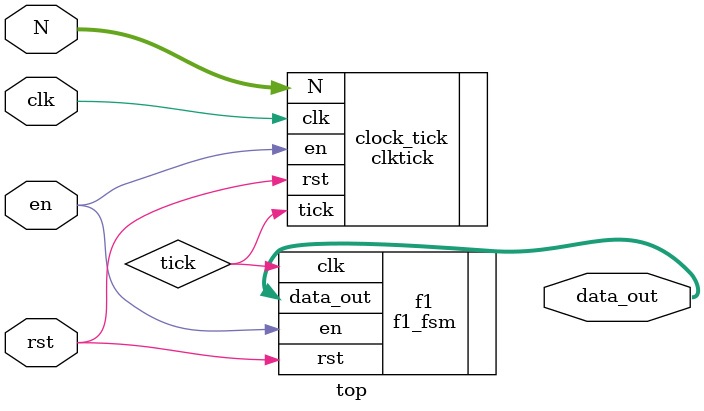
<source format=sv>
module top #(
	parameter WIDTH = 16
)(
    input logic             clk, // clock
    input logic             rst, // reset
    input logic             en,  // enable
    input logic [WIDTH-1:0] N,   // value of N for clktick
    output logic [7:0]      data_out // pseudo-random output
);

    wire tick; // 1 second pulse

f1_fsm f1 (
    .clk (tick),
    .rst (rst),
    .en (en),
    .data_out (data_out)
);

clktick clock_tick (
    .clk (clk),
    .rst (rst),
    .en (en),
    .N (N),
    .tick (tick)
);

endmodule

</source>
